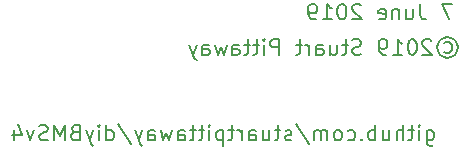
<source format=gbr>
G04 #@! TF.GenerationSoftware,KiCad,Pcbnew,(5.1.5)-3*
G04 #@! TF.CreationDate,2020-11-01T16:25:03+00:00*
G04 #@! TF.ProjectId,ESPControllerCircuit,45535043-6f6e-4747-926f-6c6c65724369,rev?*
G04 #@! TF.SameCoordinates,Original*
G04 #@! TF.FileFunction,Legend,Bot*
G04 #@! TF.FilePolarity,Positive*
%FSLAX46Y46*%
G04 Gerber Fmt 4.6, Leading zero omitted, Abs format (unit mm)*
G04 Created by KiCad (PCBNEW (5.1.5)-3) date 2020-11-01 16:25:03*
%MOMM*%
%LPD*%
G04 APERTURE LIST*
%ADD10C,0.150000*%
G04 APERTURE END LIST*
D10*
X126209523Y-129221428D02*
X126209523Y-130273809D01*
X126271428Y-130397619D01*
X126333333Y-130459523D01*
X126457142Y-130521428D01*
X126642857Y-130521428D01*
X126766666Y-130459523D01*
X126209523Y-130026190D02*
X126333333Y-130088095D01*
X126580952Y-130088095D01*
X126704761Y-130026190D01*
X126766666Y-129964285D01*
X126828571Y-129840476D01*
X126828571Y-129469047D01*
X126766666Y-129345238D01*
X126704761Y-129283333D01*
X126580952Y-129221428D01*
X126333333Y-129221428D01*
X126209523Y-129283333D01*
X125590476Y-130088095D02*
X125590476Y-129221428D01*
X125590476Y-128788095D02*
X125652380Y-128850000D01*
X125590476Y-128911904D01*
X125528571Y-128850000D01*
X125590476Y-128788095D01*
X125590476Y-128911904D01*
X125157142Y-129221428D02*
X124661904Y-129221428D01*
X124971428Y-128788095D02*
X124971428Y-129902380D01*
X124909523Y-130026190D01*
X124785714Y-130088095D01*
X124661904Y-130088095D01*
X124228571Y-130088095D02*
X124228571Y-128788095D01*
X123671428Y-130088095D02*
X123671428Y-129407142D01*
X123733333Y-129283333D01*
X123857142Y-129221428D01*
X124042857Y-129221428D01*
X124166666Y-129283333D01*
X124228571Y-129345238D01*
X122495238Y-129221428D02*
X122495238Y-130088095D01*
X123052380Y-129221428D02*
X123052380Y-129902380D01*
X122990476Y-130026190D01*
X122866666Y-130088095D01*
X122680952Y-130088095D01*
X122557142Y-130026190D01*
X122495238Y-129964285D01*
X121876190Y-130088095D02*
X121876190Y-128788095D01*
X121876190Y-129283333D02*
X121752380Y-129221428D01*
X121504761Y-129221428D01*
X121380952Y-129283333D01*
X121319047Y-129345238D01*
X121257142Y-129469047D01*
X121257142Y-129840476D01*
X121319047Y-129964285D01*
X121380952Y-130026190D01*
X121504761Y-130088095D01*
X121752380Y-130088095D01*
X121876190Y-130026190D01*
X120700000Y-129964285D02*
X120638095Y-130026190D01*
X120700000Y-130088095D01*
X120761904Y-130026190D01*
X120700000Y-129964285D01*
X120700000Y-130088095D01*
X119523809Y-130026190D02*
X119647619Y-130088095D01*
X119895238Y-130088095D01*
X120019047Y-130026190D01*
X120080952Y-129964285D01*
X120142857Y-129840476D01*
X120142857Y-129469047D01*
X120080952Y-129345238D01*
X120019047Y-129283333D01*
X119895238Y-129221428D01*
X119647619Y-129221428D01*
X119523809Y-129283333D01*
X118780952Y-130088095D02*
X118904761Y-130026190D01*
X118966666Y-129964285D01*
X119028571Y-129840476D01*
X119028571Y-129469047D01*
X118966666Y-129345238D01*
X118904761Y-129283333D01*
X118780952Y-129221428D01*
X118595238Y-129221428D01*
X118471428Y-129283333D01*
X118409523Y-129345238D01*
X118347619Y-129469047D01*
X118347619Y-129840476D01*
X118409523Y-129964285D01*
X118471428Y-130026190D01*
X118595238Y-130088095D01*
X118780952Y-130088095D01*
X117790476Y-130088095D02*
X117790476Y-129221428D01*
X117790476Y-129345238D02*
X117728571Y-129283333D01*
X117604761Y-129221428D01*
X117419047Y-129221428D01*
X117295238Y-129283333D01*
X117233333Y-129407142D01*
X117233333Y-130088095D01*
X117233333Y-129407142D02*
X117171428Y-129283333D01*
X117047619Y-129221428D01*
X116861904Y-129221428D01*
X116738095Y-129283333D01*
X116676190Y-129407142D01*
X116676190Y-130088095D01*
X115128571Y-128726190D02*
X116242857Y-130397619D01*
X114757142Y-130026190D02*
X114633333Y-130088095D01*
X114385714Y-130088095D01*
X114261904Y-130026190D01*
X114200000Y-129902380D01*
X114200000Y-129840476D01*
X114261904Y-129716666D01*
X114385714Y-129654761D01*
X114571428Y-129654761D01*
X114695238Y-129592857D01*
X114757142Y-129469047D01*
X114757142Y-129407142D01*
X114695238Y-129283333D01*
X114571428Y-129221428D01*
X114385714Y-129221428D01*
X114261904Y-129283333D01*
X113828571Y-129221428D02*
X113333333Y-129221428D01*
X113642857Y-128788095D02*
X113642857Y-129902380D01*
X113580952Y-130026190D01*
X113457142Y-130088095D01*
X113333333Y-130088095D01*
X112342857Y-129221428D02*
X112342857Y-130088095D01*
X112900000Y-129221428D02*
X112900000Y-129902380D01*
X112838095Y-130026190D01*
X112714285Y-130088095D01*
X112528571Y-130088095D01*
X112404761Y-130026190D01*
X112342857Y-129964285D01*
X111166666Y-130088095D02*
X111166666Y-129407142D01*
X111228571Y-129283333D01*
X111352380Y-129221428D01*
X111600000Y-129221428D01*
X111723809Y-129283333D01*
X111166666Y-130026190D02*
X111290476Y-130088095D01*
X111600000Y-130088095D01*
X111723809Y-130026190D01*
X111785714Y-129902380D01*
X111785714Y-129778571D01*
X111723809Y-129654761D01*
X111600000Y-129592857D01*
X111290476Y-129592857D01*
X111166666Y-129530952D01*
X110547619Y-130088095D02*
X110547619Y-129221428D01*
X110547619Y-129469047D02*
X110485714Y-129345238D01*
X110423809Y-129283333D01*
X110300000Y-129221428D01*
X110176190Y-129221428D01*
X109928571Y-129221428D02*
X109433333Y-129221428D01*
X109742857Y-128788095D02*
X109742857Y-129902380D01*
X109680952Y-130026190D01*
X109557142Y-130088095D01*
X109433333Y-130088095D01*
X109000000Y-129221428D02*
X109000000Y-130521428D01*
X109000000Y-129283333D02*
X108876190Y-129221428D01*
X108628571Y-129221428D01*
X108504761Y-129283333D01*
X108442857Y-129345238D01*
X108380952Y-129469047D01*
X108380952Y-129840476D01*
X108442857Y-129964285D01*
X108504761Y-130026190D01*
X108628571Y-130088095D01*
X108876190Y-130088095D01*
X109000000Y-130026190D01*
X107823809Y-130088095D02*
X107823809Y-129221428D01*
X107823809Y-128788095D02*
X107885714Y-128850000D01*
X107823809Y-128911904D01*
X107761904Y-128850000D01*
X107823809Y-128788095D01*
X107823809Y-128911904D01*
X107390476Y-129221428D02*
X106895238Y-129221428D01*
X107204761Y-128788095D02*
X107204761Y-129902380D01*
X107142857Y-130026190D01*
X107019047Y-130088095D01*
X106895238Y-130088095D01*
X106647619Y-129221428D02*
X106152380Y-129221428D01*
X106461904Y-128788095D02*
X106461904Y-129902380D01*
X106400000Y-130026190D01*
X106276190Y-130088095D01*
X106152380Y-130088095D01*
X105161904Y-130088095D02*
X105161904Y-129407142D01*
X105223809Y-129283333D01*
X105347619Y-129221428D01*
X105595238Y-129221428D01*
X105719047Y-129283333D01*
X105161904Y-130026190D02*
X105285714Y-130088095D01*
X105595238Y-130088095D01*
X105719047Y-130026190D01*
X105780952Y-129902380D01*
X105780952Y-129778571D01*
X105719047Y-129654761D01*
X105595238Y-129592857D01*
X105285714Y-129592857D01*
X105161904Y-129530952D01*
X104666666Y-129221428D02*
X104419047Y-130088095D01*
X104171428Y-129469047D01*
X103923809Y-130088095D01*
X103676190Y-129221428D01*
X102623809Y-130088095D02*
X102623809Y-129407142D01*
X102685714Y-129283333D01*
X102809523Y-129221428D01*
X103057142Y-129221428D01*
X103180952Y-129283333D01*
X102623809Y-130026190D02*
X102747619Y-130088095D01*
X103057142Y-130088095D01*
X103180952Y-130026190D01*
X103242857Y-129902380D01*
X103242857Y-129778571D01*
X103180952Y-129654761D01*
X103057142Y-129592857D01*
X102747619Y-129592857D01*
X102623809Y-129530952D01*
X102128571Y-129221428D02*
X101819047Y-130088095D01*
X101509523Y-129221428D02*
X101819047Y-130088095D01*
X101942857Y-130397619D01*
X102004761Y-130459523D01*
X102128571Y-130521428D01*
X100085714Y-128726190D02*
X101200000Y-130397619D01*
X99095238Y-130088095D02*
X99095238Y-128788095D01*
X99095238Y-130026190D02*
X99219047Y-130088095D01*
X99466666Y-130088095D01*
X99590476Y-130026190D01*
X99652380Y-129964285D01*
X99714285Y-129840476D01*
X99714285Y-129469047D01*
X99652380Y-129345238D01*
X99590476Y-129283333D01*
X99466666Y-129221428D01*
X99219047Y-129221428D01*
X99095238Y-129283333D01*
X98476190Y-130088095D02*
X98476190Y-129221428D01*
X98476190Y-128788095D02*
X98538095Y-128850000D01*
X98476190Y-128911904D01*
X98414285Y-128850000D01*
X98476190Y-128788095D01*
X98476190Y-128911904D01*
X97980952Y-129221428D02*
X97671428Y-130088095D01*
X97361904Y-129221428D02*
X97671428Y-130088095D01*
X97795238Y-130397619D01*
X97857142Y-130459523D01*
X97980952Y-130521428D01*
X96433333Y-129407142D02*
X96247619Y-129469047D01*
X96185714Y-129530952D01*
X96123809Y-129654761D01*
X96123809Y-129840476D01*
X96185714Y-129964285D01*
X96247619Y-130026190D01*
X96371428Y-130088095D01*
X96866666Y-130088095D01*
X96866666Y-128788095D01*
X96433333Y-128788095D01*
X96309523Y-128850000D01*
X96247619Y-128911904D01*
X96185714Y-129035714D01*
X96185714Y-129159523D01*
X96247619Y-129283333D01*
X96309523Y-129345238D01*
X96433333Y-129407142D01*
X96866666Y-129407142D01*
X95566666Y-130088095D02*
X95566666Y-128788095D01*
X95133333Y-129716666D01*
X94700000Y-128788095D01*
X94700000Y-130088095D01*
X94142857Y-130026190D02*
X93957142Y-130088095D01*
X93647619Y-130088095D01*
X93523809Y-130026190D01*
X93461904Y-129964285D01*
X93400000Y-129840476D01*
X93400000Y-129716666D01*
X93461904Y-129592857D01*
X93523809Y-129530952D01*
X93647619Y-129469047D01*
X93895238Y-129407142D01*
X94019047Y-129345238D01*
X94080952Y-129283333D01*
X94142857Y-129159523D01*
X94142857Y-129035714D01*
X94080952Y-128911904D01*
X94019047Y-128850000D01*
X93895238Y-128788095D01*
X93585714Y-128788095D01*
X93400000Y-128850000D01*
X92966666Y-129221428D02*
X92657142Y-130088095D01*
X92347619Y-129221428D01*
X91295238Y-129221428D02*
X91295238Y-130088095D01*
X91604761Y-128726190D02*
X91914285Y-129654761D01*
X91109523Y-129654761D01*
X127714285Y-121847619D02*
X127838095Y-121785714D01*
X128085714Y-121785714D01*
X128209523Y-121847619D01*
X128333333Y-121971428D01*
X128395238Y-122095238D01*
X128395238Y-122342857D01*
X128333333Y-122466666D01*
X128209523Y-122590476D01*
X128085714Y-122652380D01*
X127838095Y-122652380D01*
X127714285Y-122590476D01*
X127961904Y-121352380D02*
X128271428Y-121414285D01*
X128580952Y-121600000D01*
X128766666Y-121909523D01*
X128828571Y-122219047D01*
X128766666Y-122528571D01*
X128580952Y-122838095D01*
X128271428Y-123023809D01*
X127961904Y-123085714D01*
X127652380Y-123023809D01*
X127342857Y-122838095D01*
X127157142Y-122528571D01*
X127095238Y-122219047D01*
X127157142Y-121909523D01*
X127342857Y-121600000D01*
X127652380Y-121414285D01*
X127961904Y-121352380D01*
X126600000Y-121661904D02*
X126538095Y-121600000D01*
X126414285Y-121538095D01*
X126104761Y-121538095D01*
X125980952Y-121600000D01*
X125919047Y-121661904D01*
X125857142Y-121785714D01*
X125857142Y-121909523D01*
X125919047Y-122095238D01*
X126661904Y-122838095D01*
X125857142Y-122838095D01*
X125052380Y-121538095D02*
X124928571Y-121538095D01*
X124804761Y-121600000D01*
X124742857Y-121661904D01*
X124680952Y-121785714D01*
X124619047Y-122033333D01*
X124619047Y-122342857D01*
X124680952Y-122590476D01*
X124742857Y-122714285D01*
X124804761Y-122776190D01*
X124928571Y-122838095D01*
X125052380Y-122838095D01*
X125176190Y-122776190D01*
X125238095Y-122714285D01*
X125300000Y-122590476D01*
X125361904Y-122342857D01*
X125361904Y-122033333D01*
X125300000Y-121785714D01*
X125238095Y-121661904D01*
X125176190Y-121600000D01*
X125052380Y-121538095D01*
X123380952Y-122838095D02*
X124123809Y-122838095D01*
X123752380Y-122838095D02*
X123752380Y-121538095D01*
X123876190Y-121723809D01*
X124000000Y-121847619D01*
X124123809Y-121909523D01*
X122761904Y-122838095D02*
X122514285Y-122838095D01*
X122390476Y-122776190D01*
X122328571Y-122714285D01*
X122204761Y-122528571D01*
X122142857Y-122280952D01*
X122142857Y-121785714D01*
X122204761Y-121661904D01*
X122266666Y-121600000D01*
X122390476Y-121538095D01*
X122638095Y-121538095D01*
X122761904Y-121600000D01*
X122823809Y-121661904D01*
X122885714Y-121785714D01*
X122885714Y-122095238D01*
X122823809Y-122219047D01*
X122761904Y-122280952D01*
X122638095Y-122342857D01*
X122390476Y-122342857D01*
X122266666Y-122280952D01*
X122204761Y-122219047D01*
X122142857Y-122095238D01*
X120657142Y-122776190D02*
X120471428Y-122838095D01*
X120161904Y-122838095D01*
X120038095Y-122776190D01*
X119976190Y-122714285D01*
X119914285Y-122590476D01*
X119914285Y-122466666D01*
X119976190Y-122342857D01*
X120038095Y-122280952D01*
X120161904Y-122219047D01*
X120409523Y-122157142D01*
X120533333Y-122095238D01*
X120595238Y-122033333D01*
X120657142Y-121909523D01*
X120657142Y-121785714D01*
X120595238Y-121661904D01*
X120533333Y-121600000D01*
X120409523Y-121538095D01*
X120099999Y-121538095D01*
X119914285Y-121600000D01*
X119542857Y-121971428D02*
X119047619Y-121971428D01*
X119357142Y-121538095D02*
X119357142Y-122652380D01*
X119295238Y-122776190D01*
X119171428Y-122838095D01*
X119047619Y-122838095D01*
X118057142Y-121971428D02*
X118057142Y-122838095D01*
X118614285Y-121971428D02*
X118614285Y-122652380D01*
X118552380Y-122776190D01*
X118428571Y-122838095D01*
X118242857Y-122838095D01*
X118119047Y-122776190D01*
X118057142Y-122714285D01*
X116880952Y-122838095D02*
X116880952Y-122157142D01*
X116942857Y-122033333D01*
X117066666Y-121971428D01*
X117314285Y-121971428D01*
X117438095Y-122033333D01*
X116880952Y-122776190D02*
X117004761Y-122838095D01*
X117314285Y-122838095D01*
X117438095Y-122776190D01*
X117499999Y-122652380D01*
X117499999Y-122528571D01*
X117438095Y-122404761D01*
X117314285Y-122342857D01*
X117004761Y-122342857D01*
X116880952Y-122280952D01*
X116261904Y-122838095D02*
X116261904Y-121971428D01*
X116261904Y-122219047D02*
X116199999Y-122095238D01*
X116138095Y-122033333D01*
X116014285Y-121971428D01*
X115890476Y-121971428D01*
X115642857Y-121971428D02*
X115147619Y-121971428D01*
X115457142Y-121538095D02*
X115457142Y-122652380D01*
X115395238Y-122776190D01*
X115271428Y-122838095D01*
X115147619Y-122838095D01*
X113723809Y-122838095D02*
X113723809Y-121538095D01*
X113228571Y-121538095D01*
X113104761Y-121600000D01*
X113042857Y-121661904D01*
X112980952Y-121785714D01*
X112980952Y-121971428D01*
X113042857Y-122095238D01*
X113104761Y-122157142D01*
X113228571Y-122219047D01*
X113723809Y-122219047D01*
X112423809Y-122838095D02*
X112423809Y-121971428D01*
X112423809Y-121538095D02*
X112485714Y-121600000D01*
X112423809Y-121661904D01*
X112361904Y-121600000D01*
X112423809Y-121538095D01*
X112423809Y-121661904D01*
X111990476Y-121971428D02*
X111495238Y-121971428D01*
X111804761Y-121538095D02*
X111804761Y-122652380D01*
X111742857Y-122776190D01*
X111619047Y-122838095D01*
X111495238Y-122838095D01*
X111247619Y-121971428D02*
X110752380Y-121971428D01*
X111061904Y-121538095D02*
X111061904Y-122652380D01*
X110999999Y-122776190D01*
X110876190Y-122838095D01*
X110752380Y-122838095D01*
X109761904Y-122838095D02*
X109761904Y-122157142D01*
X109823809Y-122033333D01*
X109947619Y-121971428D01*
X110195238Y-121971428D01*
X110319047Y-122033333D01*
X109761904Y-122776190D02*
X109885714Y-122838095D01*
X110195238Y-122838095D01*
X110319047Y-122776190D01*
X110380952Y-122652380D01*
X110380952Y-122528571D01*
X110319047Y-122404761D01*
X110195238Y-122342857D01*
X109885714Y-122342857D01*
X109761904Y-122280952D01*
X109266666Y-121971428D02*
X109019047Y-122838095D01*
X108771428Y-122219047D01*
X108523809Y-122838095D01*
X108276190Y-121971428D01*
X107223809Y-122838095D02*
X107223809Y-122157142D01*
X107285714Y-122033333D01*
X107409523Y-121971428D01*
X107657142Y-121971428D01*
X107780952Y-122033333D01*
X107223809Y-122776190D02*
X107347619Y-122838095D01*
X107657142Y-122838095D01*
X107780952Y-122776190D01*
X107842857Y-122652380D01*
X107842857Y-122528571D01*
X107780952Y-122404761D01*
X107657142Y-122342857D01*
X107347619Y-122342857D01*
X107223809Y-122280952D01*
X106728571Y-121971428D02*
X106419047Y-122838095D01*
X106109523Y-121971428D02*
X106419047Y-122838095D01*
X106542857Y-123147619D01*
X106604761Y-123209523D01*
X106728571Y-123271428D01*
X128378571Y-118538095D02*
X127511904Y-118538095D01*
X128069047Y-119838095D01*
X125654761Y-118538095D02*
X125654761Y-119466666D01*
X125716666Y-119652380D01*
X125840476Y-119776190D01*
X126026190Y-119838095D01*
X126150000Y-119838095D01*
X124478571Y-118971428D02*
X124478571Y-119838095D01*
X125035714Y-118971428D02*
X125035714Y-119652380D01*
X124973809Y-119776190D01*
X124850000Y-119838095D01*
X124664285Y-119838095D01*
X124540476Y-119776190D01*
X124478571Y-119714285D01*
X123859523Y-118971428D02*
X123859523Y-119838095D01*
X123859523Y-119095238D02*
X123797619Y-119033333D01*
X123673809Y-118971428D01*
X123488095Y-118971428D01*
X123364285Y-119033333D01*
X123302380Y-119157142D01*
X123302380Y-119838095D01*
X122188095Y-119776190D02*
X122311904Y-119838095D01*
X122559523Y-119838095D01*
X122683333Y-119776190D01*
X122745238Y-119652380D01*
X122745238Y-119157142D01*
X122683333Y-119033333D01*
X122559523Y-118971428D01*
X122311904Y-118971428D01*
X122188095Y-119033333D01*
X122126190Y-119157142D01*
X122126190Y-119280952D01*
X122745238Y-119404761D01*
X120640476Y-118661904D02*
X120578571Y-118600000D01*
X120454761Y-118538095D01*
X120145238Y-118538095D01*
X120021428Y-118600000D01*
X119959523Y-118661904D01*
X119897619Y-118785714D01*
X119897619Y-118909523D01*
X119959523Y-119095238D01*
X120702380Y-119838095D01*
X119897619Y-119838095D01*
X119092857Y-118538095D02*
X118969047Y-118538095D01*
X118845238Y-118600000D01*
X118783333Y-118661904D01*
X118721428Y-118785714D01*
X118659523Y-119033333D01*
X118659523Y-119342857D01*
X118721428Y-119590476D01*
X118783333Y-119714285D01*
X118845238Y-119776190D01*
X118969047Y-119838095D01*
X119092857Y-119838095D01*
X119216666Y-119776190D01*
X119278571Y-119714285D01*
X119340476Y-119590476D01*
X119402380Y-119342857D01*
X119402380Y-119033333D01*
X119340476Y-118785714D01*
X119278571Y-118661904D01*
X119216666Y-118600000D01*
X119092857Y-118538095D01*
X117421428Y-119838095D02*
X118164285Y-119838095D01*
X117792857Y-119838095D02*
X117792857Y-118538095D01*
X117916666Y-118723809D01*
X118040476Y-118847619D01*
X118164285Y-118909523D01*
X116802380Y-119838095D02*
X116554761Y-119838095D01*
X116430952Y-119776190D01*
X116369047Y-119714285D01*
X116245238Y-119528571D01*
X116183333Y-119280952D01*
X116183333Y-118785714D01*
X116245238Y-118661904D01*
X116307142Y-118600000D01*
X116430952Y-118538095D01*
X116678571Y-118538095D01*
X116802380Y-118600000D01*
X116864285Y-118661904D01*
X116926190Y-118785714D01*
X116926190Y-119095238D01*
X116864285Y-119219047D01*
X116802380Y-119280952D01*
X116678571Y-119342857D01*
X116430952Y-119342857D01*
X116307142Y-119280952D01*
X116245238Y-119219047D01*
X116183333Y-119095238D01*
M02*

</source>
